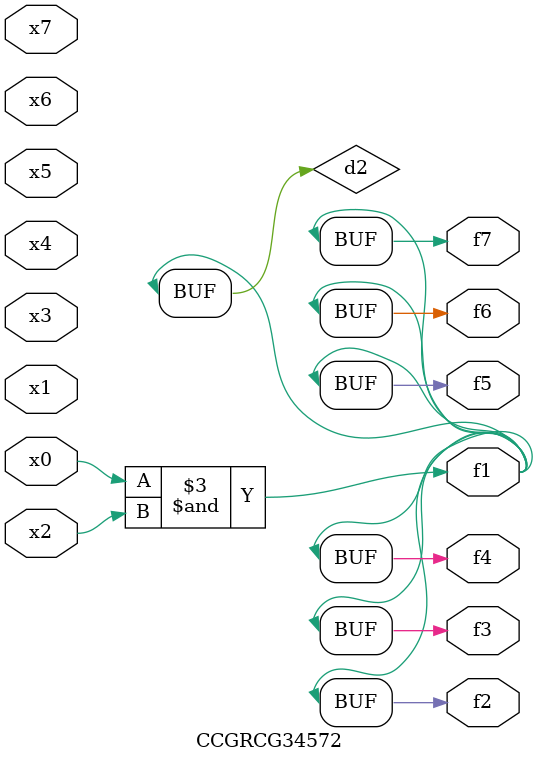
<source format=v>
module CCGRCG34572(
	input x0, x1, x2, x3, x4, x5, x6, x7,
	output f1, f2, f3, f4, f5, f6, f7
);

	wire d1, d2;

	nor (d1, x3, x6);
	and (d2, x0, x2);
	assign f1 = d2;
	assign f2 = d2;
	assign f3 = d2;
	assign f4 = d2;
	assign f5 = d2;
	assign f6 = d2;
	assign f7 = d2;
endmodule

</source>
